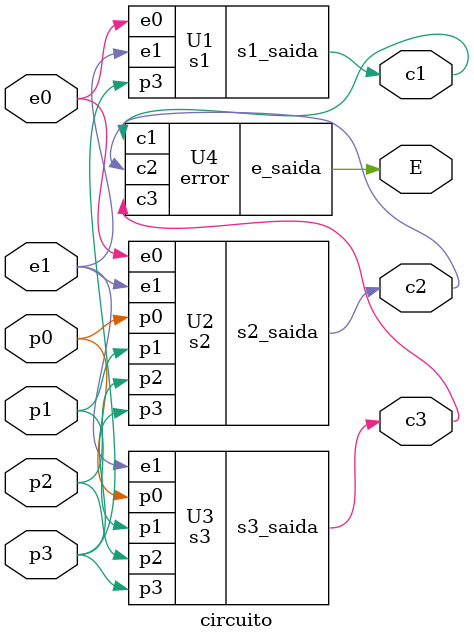
<source format=v>
module s1 (input p3, e1, e0, output s1_saida);
    nor(s1_saida, p3, e1, e0);
endmodule
module s2(input p3, p2, p1, p0, e1, e0, output s2_saida);
    wire np3, np2, ne1, z1, z2, z3;
    nor(z1, p1, p0);
    not(np3, p3);
    not(np2, p2);
    not(ne1, e1);
    or(z3, np3, np2, z1);
    and(z2, ne1, e0);
    and(s2_saida, z3, z2);
endmodule
module s3(input p3, p2, p1, p0, e1, output s3_saida);
    wire z1, z2, z3;
    and(z1, p3, p2);
    or(z2, p1, p0);
    and(z3, z2, z1);
    and(s3_saida, z3, e1);
endmodule
module error(input c1, c2, c3, output e_saida);
    nor(e_saida, c1, c2, c3);
endmodule
module circuito (
    input p3, p2, p1, p0, e1, e0,
    output c1, c2, c3, E
);

    s1 U1 (.p3(p3), .e1(e1), .e0(e0), .s1_saida(c1));
    s2 U2 (.p3(p3), .p2(p2), .p1(p1), .p0(p0), .e1(e1), .e0(e0), .s2_saida(c2));
    s3 U3 (.p3(p3), .p2(p2), .p1(p1), .p0(p0), .e1(e1), .s3_saida(c3));
    error U4 (.c1(c1), .c2(c2), .c3(c3), .e_saida(E));
endmodule

</source>
